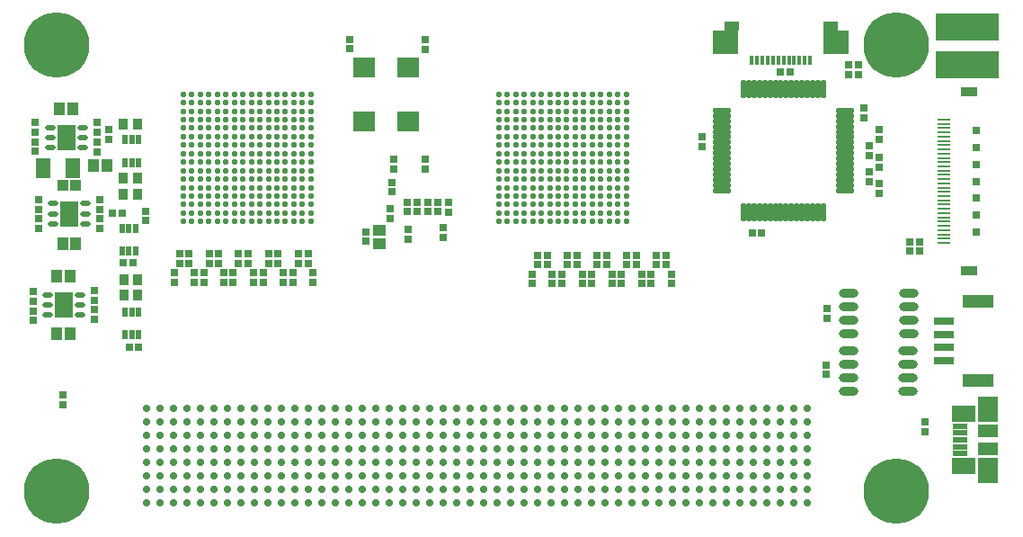
<source format=gts>
G04 Layer_Color=8388736*
%FSLAX44Y44*%
%MOMM*%
G71*
G01*
G75*
%ADD89R,0.7100X0.7100*%
%ADD90R,0.8000X0.8000*%
%ADD91R,0.8000X0.8000*%
%ADD92O,1.7600X0.5100*%
%ADD93O,0.5100X1.7600*%
%ADD94R,1.9800X1.2550*%
%ADD95R,1.9800X2.4550*%
%ADD96R,2.1800X1.5550*%
%ADD97R,1.4600X0.5300*%
%ADD98R,1.1800X0.2800*%
%ADD99R,1.6300X0.8800*%
%ADD100R,0.7600X0.6600*%
%ADD101R,0.7100X0.7100*%
%ADD102R,0.9600X1.1100*%
%ADD103R,0.5500X0.9000*%
%ADD104R,1.7300X2.4800*%
%ADD105O,0.9800X0.4800*%
%ADD106R,1.1100X1.1600*%
%ADD107R,1.0300X1.0800*%
%ADD108R,1.1600X1.1100*%
%ADD109R,2.1400X1.9400*%
%ADD110C,0.5600*%
%ADD111C,0.7350*%
%ADD112R,0.3800X0.8800*%
%ADD113R,1.3800X0.9300*%
%ADD114R,2.4800X2.2800*%
%ADD115O,1.8100X0.8100*%
%ADD116R,2.8600X1.1600*%
%ADD117R,1.8600X0.7600*%
%ADD118R,1.4800X1.8800*%
%ADD119R,5.9600X2.6100*%
%ADD120C,0.1600*%
%ADD121C,6.1600*%
D89*
X-126500Y-92000D02*
D03*
Y-101000D02*
D03*
X-357000Y-94000D02*
D03*
Y-103000D02*
D03*
X-391500Y-26500D02*
D03*
Y-17500D02*
D03*
X105500Y-135500D02*
D03*
Y-144500D02*
D03*
X96500Y-135500D02*
D03*
Y-144500D02*
D03*
X133500Y-135500D02*
D03*
Y-144500D02*
D03*
X124500Y-135500D02*
D03*
Y-144500D02*
D03*
X110500Y-153500D02*
D03*
Y-162500D02*
D03*
X91500Y-153500D02*
D03*
Y-162500D02*
D03*
X77500Y-135500D02*
D03*
Y-144500D02*
D03*
X68500Y-135500D02*
D03*
Y-144500D02*
D03*
X138500Y-153500D02*
D03*
Y-162500D02*
D03*
X119500Y-153500D02*
D03*
Y-162500D02*
D03*
X49500Y-135500D02*
D03*
Y-144500D02*
D03*
X40500Y-135500D02*
D03*
Y-144500D02*
D03*
X26500Y-153500D02*
D03*
Y-162500D02*
D03*
X7500Y-153500D02*
D03*
Y-162500D02*
D03*
X21500Y-135500D02*
D03*
Y-144500D02*
D03*
X12500Y-135500D02*
D03*
Y-144500D02*
D03*
X35500Y-162500D02*
D03*
Y-153500D02*
D03*
X54500Y-162500D02*
D03*
Y-153500D02*
D03*
X63500Y-162500D02*
D03*
Y-153500D02*
D03*
X82500Y-162500D02*
D03*
Y-153500D02*
D03*
X363000Y-123000D02*
D03*
Y-132000D02*
D03*
X372004Y-122995D02*
D03*
Y-131995D02*
D03*
X-109500Y-111500D02*
D03*
Y-120500D02*
D03*
X-101000Y-94500D02*
D03*
Y-85500D02*
D03*
X-457500Y-101500D02*
D03*
Y-110500D02*
D03*
X-399500Y-101500D02*
D03*
Y-110500D02*
D03*
X-462750Y-188000D02*
D03*
Y-197000D02*
D03*
X-457500Y-92500D02*
D03*
Y-83500D02*
D03*
X-462750Y-179000D02*
D03*
Y-170000D02*
D03*
X-404750Y-169000D02*
D03*
Y-178000D02*
D03*
X-81500Y-85500D02*
D03*
Y-94500D02*
D03*
X-91000Y-94500D02*
D03*
Y-85500D02*
D03*
X-124500Y-67000D02*
D03*
Y-76000D02*
D03*
X-110500Y-85500D02*
D03*
Y-94500D02*
D03*
X-164000Y58500D02*
D03*
Y67500D02*
D03*
X-203700Y-134300D02*
D03*
X-212700D02*
D03*
X-232000Y-134200D02*
D03*
Y-143200D02*
D03*
X-241000Y-134200D02*
D03*
Y-143200D02*
D03*
X-260100Y-134200D02*
D03*
X-269100Y-134200D02*
D03*
X-287900Y-134200D02*
D03*
Y-143200D02*
D03*
X-296900Y-134200D02*
D03*
Y-143200D02*
D03*
X-315600Y-134100D02*
D03*
Y-143100D02*
D03*
X-324600Y-134100D02*
D03*
Y-143100D02*
D03*
X-282900Y-152200D02*
D03*
Y-161200D02*
D03*
X-301900Y-152200D02*
D03*
Y-161200D02*
D03*
X-217700Y-152300D02*
D03*
Y-161300D02*
D03*
X-198700Y-152300D02*
D03*
Y-161300D02*
D03*
X-246000Y-152200D02*
D03*
Y-161200D02*
D03*
X-227000Y-152200D02*
D03*
Y-161200D02*
D03*
X-310600Y-161100D02*
D03*
Y-152100D02*
D03*
X-329600Y-161100D02*
D03*
Y-152100D02*
D03*
X-274100Y-161200D02*
D03*
Y-152200D02*
D03*
X-255100Y-161200D02*
D03*
Y-152200D02*
D03*
X-269100Y-143200D02*
D03*
X-260100Y-143200D02*
D03*
X-203700Y-143300D02*
D03*
X-212700D02*
D03*
X325000Y-57500D02*
D03*
Y-66500D02*
D03*
X-404750Y-196000D02*
D03*
Y-187000D02*
D03*
X-399500Y-92500D02*
D03*
Y-83500D02*
D03*
X-402496Y-29245D02*
D03*
Y-38245D02*
D03*
Y-10745D02*
D03*
Y-19745D02*
D03*
X-460500Y-29000D02*
D03*
Y-38000D02*
D03*
X-460496Y-19745D02*
D03*
Y-10745D02*
D03*
X325000Y-32500D02*
D03*
Y-41500D02*
D03*
X334000Y-43500D02*
D03*
Y-52500D02*
D03*
Y-68500D02*
D03*
Y-77500D02*
D03*
Y-17500D02*
D03*
Y-26500D02*
D03*
D90*
X223500Y-114500D02*
D03*
X214500D02*
D03*
X241500Y36500D02*
D03*
X250500D02*
D03*
D91*
X167500Y-33000D02*
D03*
Y-24000D02*
D03*
X320000Y3000D02*
D03*
Y-6000D02*
D03*
X377500Y-301500D02*
D03*
Y-292500D02*
D03*
X-93000Y-45500D02*
D03*
Y-54500D02*
D03*
X-122500Y-45500D02*
D03*
Y-54500D02*
D03*
X-71500Y-86000D02*
D03*
Y-95000D02*
D03*
X-76000Y-110000D02*
D03*
Y-119000D02*
D03*
X-149000Y-113500D02*
D03*
Y-122500D02*
D03*
X285500Y-186000D02*
D03*
Y-195000D02*
D03*
X284000Y-239000D02*
D03*
Y-248000D02*
D03*
X-93500Y67000D02*
D03*
Y58000D02*
D03*
X-434500Y-276000D02*
D03*
Y-267000D02*
D03*
D92*
X186000Y-24500D02*
D03*
Y-34500D02*
D03*
Y-39500D02*
D03*
Y-69500D02*
D03*
Y-59500D02*
D03*
Y-54500D02*
D03*
Y-49500D02*
D03*
Y-44500D02*
D03*
Y-19500D02*
D03*
X302000Y-74500D02*
D03*
Y-69500D02*
D03*
Y500D02*
D03*
Y-4500D02*
D03*
Y-9500D02*
D03*
Y-14500D02*
D03*
Y-29500D02*
D03*
Y-54500D02*
D03*
X186000Y-74500D02*
D03*
Y-64500D02*
D03*
Y-29500D02*
D03*
Y-14500D02*
D03*
Y-9500D02*
D03*
Y-4500D02*
D03*
Y500D02*
D03*
X302000Y-19500D02*
D03*
Y-24500D02*
D03*
Y-34500D02*
D03*
Y-39500D02*
D03*
Y-44500D02*
D03*
Y-49500D02*
D03*
Y-59500D02*
D03*
Y-64500D02*
D03*
D93*
X271500Y-95000D02*
D03*
X266500D02*
D03*
X256500D02*
D03*
X251500D02*
D03*
X216500D02*
D03*
X221500D02*
D03*
X231500D02*
D03*
X236500D02*
D03*
X241500D02*
D03*
X246500D02*
D03*
X276500D02*
D03*
X281500D02*
D03*
X261500D02*
D03*
X226500D02*
D03*
X211500D02*
D03*
X206500D02*
D03*
Y21000D02*
D03*
X211500D02*
D03*
X216500D02*
D03*
X221500D02*
D03*
X226500D02*
D03*
X231500D02*
D03*
X236500D02*
D03*
X241500D02*
D03*
X246500D02*
D03*
X251500D02*
D03*
X256500D02*
D03*
X261500D02*
D03*
X266500D02*
D03*
X271500D02*
D03*
X276500D02*
D03*
X281500D02*
D03*
D94*
X436820Y-301010D02*
D03*
Y-317760D02*
D03*
D95*
Y-280260D02*
D03*
Y-338510D02*
D03*
D96*
X413820Y-284760D02*
D03*
Y-334010D02*
D03*
D97*
X410220Y-296385D02*
D03*
Y-302885D02*
D03*
Y-309385D02*
D03*
Y-315885D02*
D03*
Y-322385D02*
D03*
D98*
X395000Y-48000D02*
D03*
Y-52000D02*
D03*
Y-56000D02*
D03*
Y-60000D02*
D03*
Y-64000D02*
D03*
Y-68000D02*
D03*
Y-72000D02*
D03*
Y-76000D02*
D03*
Y-80000D02*
D03*
Y-84000D02*
D03*
Y-88000D02*
D03*
Y-92000D02*
D03*
Y-96000D02*
D03*
Y-100000D02*
D03*
Y-104000D02*
D03*
Y-108000D02*
D03*
Y-112000D02*
D03*
Y-116000D02*
D03*
Y-120000D02*
D03*
Y-124000D02*
D03*
Y-24000D02*
D03*
Y-28000D02*
D03*
Y-16000D02*
D03*
Y-20000D02*
D03*
Y-40000D02*
D03*
Y-44000D02*
D03*
Y-32000D02*
D03*
Y-36000D02*
D03*
Y-8000D02*
D03*
Y-12000D02*
D03*
D99*
X419000Y18000D02*
D03*
Y-150000D02*
D03*
D100*
X425300Y-66000D02*
D03*
Y-50000D02*
D03*
Y-34000D02*
D03*
Y-18000D02*
D03*
Y-82000D02*
D03*
Y-98000D02*
D03*
Y-114000D02*
D03*
D101*
X305500Y44000D02*
D03*
X314500D02*
D03*
X314505Y34496D02*
D03*
X305505D02*
D03*
X-363000Y-222000D02*
D03*
X-372000D02*
D03*
X-368500Y-142500D02*
D03*
X-377500D02*
D03*
X-379000Y-96000D02*
D03*
X-388000D02*
D03*
D102*
X-377000Y-159000D02*
D03*
X-364000D02*
D03*
X-377000Y-173500D02*
D03*
X-364000D02*
D03*
X-377500Y-63000D02*
D03*
X-364500D02*
D03*
X-377500Y-78000D02*
D03*
X-364500D02*
D03*
X-377500Y-12500D02*
D03*
X-364500D02*
D03*
D103*
X-375995Y-210754D02*
D03*
X-369495D02*
D03*
X-362995D02*
D03*
Y-189254D02*
D03*
X-369495D02*
D03*
X-375995D02*
D03*
X-365995Y-110246D02*
D03*
X-372495D02*
D03*
X-378995D02*
D03*
Y-131746D02*
D03*
X-372495D02*
D03*
X-365995D02*
D03*
X-375995Y-48254D02*
D03*
X-369495D02*
D03*
X-362995D02*
D03*
Y-26754D02*
D03*
X-369495D02*
D03*
X-375995D02*
D03*
D104*
X-428500Y-96500D02*
D03*
X-434000Y-182500D02*
D03*
X-431500Y-24750D02*
D03*
D105*
X-413250Y-87000D02*
D03*
Y-96500D02*
D03*
Y-106000D02*
D03*
X-443750D02*
D03*
Y-96500D02*
D03*
Y-87000D02*
D03*
X-418750Y-173000D02*
D03*
Y-182500D02*
D03*
Y-192000D02*
D03*
X-449250D02*
D03*
Y-182500D02*
D03*
Y-173000D02*
D03*
X-416250Y-15250D02*
D03*
Y-24750D02*
D03*
Y-34250D02*
D03*
X-446750D02*
D03*
Y-24750D02*
D03*
Y-15250D02*
D03*
D106*
X-434750Y-125000D02*
D03*
X-422250D02*
D03*
X-440250Y-209500D02*
D03*
X-427750D02*
D03*
X-440250Y-155500D02*
D03*
X-427750D02*
D03*
X-393250Y-51000D02*
D03*
X-405750D02*
D03*
X-437746Y2255D02*
D03*
X-425246D02*
D03*
D107*
X-434750Y-70000D02*
D03*
X-422250D02*
D03*
D108*
X-136500Y-124750D02*
D03*
Y-112250D02*
D03*
D109*
X-109000Y40800D02*
D03*
Y-10000D02*
D03*
X-151000D02*
D03*
Y40800D02*
D03*
D110*
X-201000Y-104000D02*
D03*
X-209000D02*
D03*
X-217000D02*
D03*
X-225000D02*
D03*
X-233000D02*
D03*
X-241000D02*
D03*
X-249000D02*
D03*
X-257000D02*
D03*
X-265000D02*
D03*
X-273000D02*
D03*
X-281000D02*
D03*
X-289000D02*
D03*
X-297000D02*
D03*
X-305000D02*
D03*
X-313000D02*
D03*
X-321000D02*
D03*
X-201000Y-96000D02*
D03*
X-209000D02*
D03*
X-217000D02*
D03*
X-225000D02*
D03*
X-233000D02*
D03*
X-241000D02*
D03*
X-249000D02*
D03*
X-257000D02*
D03*
X-265000D02*
D03*
X-273000D02*
D03*
X-281000D02*
D03*
X-289000D02*
D03*
X-297000D02*
D03*
X-305000D02*
D03*
X-313000D02*
D03*
X-321000D02*
D03*
X-201000Y-88000D02*
D03*
X-209000D02*
D03*
X-217000D02*
D03*
X-225000D02*
D03*
X-233000D02*
D03*
X-241000D02*
D03*
X-249000D02*
D03*
X-257000D02*
D03*
X-265000D02*
D03*
X-273000D02*
D03*
X-281000D02*
D03*
X-289000D02*
D03*
X-297000D02*
D03*
X-305000D02*
D03*
X-313000D02*
D03*
X-321000D02*
D03*
X-201000Y-80000D02*
D03*
X-209000D02*
D03*
X-217000D02*
D03*
X-225000D02*
D03*
X-233000D02*
D03*
X-241000D02*
D03*
X-249000D02*
D03*
X-257000D02*
D03*
X-265000D02*
D03*
X-273000D02*
D03*
X-281000D02*
D03*
X-289000D02*
D03*
X-297000D02*
D03*
X-305000D02*
D03*
X-313000D02*
D03*
X-321000D02*
D03*
X-201000Y-72000D02*
D03*
X-209000D02*
D03*
X-217000D02*
D03*
X-225000D02*
D03*
X-233000D02*
D03*
X-241000D02*
D03*
X-249000D02*
D03*
X-257000D02*
D03*
X-265000D02*
D03*
X-273000D02*
D03*
X-281000D02*
D03*
X-289000D02*
D03*
X-297000D02*
D03*
X-305000D02*
D03*
X-313000D02*
D03*
X-321000D02*
D03*
X-201000Y-64000D02*
D03*
X-209000D02*
D03*
X-217000D02*
D03*
X-225000D02*
D03*
X-233000D02*
D03*
X-241000D02*
D03*
X-249000D02*
D03*
X-257000D02*
D03*
X-265000D02*
D03*
X-273000D02*
D03*
X-281000D02*
D03*
X-289000D02*
D03*
X-297000D02*
D03*
X-305000D02*
D03*
X-313000D02*
D03*
X-321000D02*
D03*
X-201000Y-56000D02*
D03*
X-209000D02*
D03*
X-217000D02*
D03*
X-225000D02*
D03*
X-233000D02*
D03*
X-241000D02*
D03*
X-249000D02*
D03*
X-257000D02*
D03*
X-265000D02*
D03*
X-273000D02*
D03*
X-281000D02*
D03*
X-289000D02*
D03*
X-297000D02*
D03*
X-305000D02*
D03*
X-313000D02*
D03*
X-321000D02*
D03*
X-201000Y-48000D02*
D03*
X-209000D02*
D03*
X-217000D02*
D03*
X-225000D02*
D03*
X-233000D02*
D03*
X-241000D02*
D03*
X-249000D02*
D03*
X-257000D02*
D03*
X-265000D02*
D03*
X-273000D02*
D03*
X-281000D02*
D03*
X-289000D02*
D03*
X-297000D02*
D03*
X-305000D02*
D03*
X-313000D02*
D03*
X-321000D02*
D03*
X-201000Y-40000D02*
D03*
X-209000D02*
D03*
X-217000D02*
D03*
X-225000D02*
D03*
X-233000D02*
D03*
X-241000D02*
D03*
X-249000D02*
D03*
X-257000D02*
D03*
X-265000D02*
D03*
X-273000D02*
D03*
X-281000D02*
D03*
X-289000D02*
D03*
X-297000D02*
D03*
X-305000D02*
D03*
X-313000D02*
D03*
X-321000D02*
D03*
X-201000Y-32000D02*
D03*
X-209000D02*
D03*
X-217000D02*
D03*
X-225000D02*
D03*
X-233000D02*
D03*
X-241000D02*
D03*
X-249000D02*
D03*
X-257000D02*
D03*
X-265000D02*
D03*
X-273000D02*
D03*
X-281000D02*
D03*
X-289000D02*
D03*
X-297000D02*
D03*
X-305000D02*
D03*
X-313000D02*
D03*
X-321000D02*
D03*
X-201000Y-24000D02*
D03*
X-209000D02*
D03*
X-217000D02*
D03*
X-225000D02*
D03*
X-233000D02*
D03*
X-241000D02*
D03*
X-249000D02*
D03*
X-257000D02*
D03*
X-265000D02*
D03*
X-273000D02*
D03*
X-281000D02*
D03*
X-289000D02*
D03*
X-297000D02*
D03*
X-305000D02*
D03*
X-313000D02*
D03*
X-321000D02*
D03*
X-201000Y-16000D02*
D03*
X-209000D02*
D03*
X-217000D02*
D03*
X-225000D02*
D03*
X-233000D02*
D03*
X-241000D02*
D03*
X-249000D02*
D03*
X-257000D02*
D03*
X-265000D02*
D03*
X-273000D02*
D03*
X-281000D02*
D03*
X-289000D02*
D03*
X-297000D02*
D03*
X-305000D02*
D03*
X-313000D02*
D03*
X-321000D02*
D03*
X-201000Y-8000D02*
D03*
X-209000D02*
D03*
X-217000D02*
D03*
X-225000D02*
D03*
X-233000D02*
D03*
X-241000D02*
D03*
X-249000D02*
D03*
X-257000D02*
D03*
X-265000D02*
D03*
X-273000D02*
D03*
X-281000D02*
D03*
X-289000D02*
D03*
X-297000D02*
D03*
X-305000D02*
D03*
X-313000D02*
D03*
X-321000D02*
D03*
X-201000Y0D02*
D03*
X-209000D02*
D03*
X-217000D02*
D03*
X-225000D02*
D03*
X-233000D02*
D03*
X-241000D02*
D03*
X-249000D02*
D03*
X-257000D02*
D03*
X-265000D02*
D03*
X-273000D02*
D03*
X-281000D02*
D03*
X-289000D02*
D03*
X-297000D02*
D03*
X-305000D02*
D03*
X-313000D02*
D03*
X-321000D02*
D03*
X-201000Y8000D02*
D03*
X-209000D02*
D03*
X-217000D02*
D03*
X-225000D02*
D03*
X-233000D02*
D03*
X-241000D02*
D03*
X-249000D02*
D03*
X-257000D02*
D03*
X-265000D02*
D03*
X-273000D02*
D03*
X-281000D02*
D03*
X-289000D02*
D03*
X-297000D02*
D03*
X-305000D02*
D03*
X-313000D02*
D03*
X-321000D02*
D03*
X-201000Y16000D02*
D03*
X-209000D02*
D03*
X-217000D02*
D03*
X-225000D02*
D03*
X-233000D02*
D03*
X-241000D02*
D03*
X-249000D02*
D03*
X-257000D02*
D03*
X-265000D02*
D03*
X-273000D02*
D03*
X-281000D02*
D03*
X-289000D02*
D03*
X-297000D02*
D03*
X-305000D02*
D03*
X-313000D02*
D03*
X-321000D02*
D03*
X96000Y-104000D02*
D03*
X88000D02*
D03*
X80000D02*
D03*
X72000D02*
D03*
X64000D02*
D03*
X56000D02*
D03*
X48000D02*
D03*
X40000D02*
D03*
X32000D02*
D03*
X24000D02*
D03*
X16000D02*
D03*
X8000D02*
D03*
X0D02*
D03*
X-8000D02*
D03*
X-16000D02*
D03*
X-24000D02*
D03*
X96000Y-96000D02*
D03*
X88000D02*
D03*
X80000D02*
D03*
X72000D02*
D03*
X64000D02*
D03*
X56000D02*
D03*
X48000D02*
D03*
X40000D02*
D03*
X32000D02*
D03*
X24000D02*
D03*
X16000D02*
D03*
X8000D02*
D03*
X0D02*
D03*
X-8000D02*
D03*
X-16000D02*
D03*
X-24000D02*
D03*
X96000Y-88000D02*
D03*
X88000D02*
D03*
X80000D02*
D03*
X72000D02*
D03*
X64000D02*
D03*
X56000D02*
D03*
X48000D02*
D03*
X40000D02*
D03*
X32000D02*
D03*
X24000D02*
D03*
X16000D02*
D03*
X8000D02*
D03*
X0D02*
D03*
X-8000D02*
D03*
X-16000D02*
D03*
X-24000D02*
D03*
X96000Y-80000D02*
D03*
X88000D02*
D03*
X80000D02*
D03*
X72000D02*
D03*
X64000D02*
D03*
X56000D02*
D03*
X48000D02*
D03*
X40000D02*
D03*
X32000D02*
D03*
X24000D02*
D03*
X16000D02*
D03*
X8000D02*
D03*
X0D02*
D03*
X-8000D02*
D03*
X-16000D02*
D03*
X-24000D02*
D03*
X96000Y-72000D02*
D03*
X88000D02*
D03*
X80000D02*
D03*
X72000D02*
D03*
X64000D02*
D03*
X56000D02*
D03*
X48000D02*
D03*
X40000D02*
D03*
X32000D02*
D03*
X24000D02*
D03*
X16000D02*
D03*
X8000D02*
D03*
X0D02*
D03*
X-8000D02*
D03*
X-16000D02*
D03*
X-24000D02*
D03*
X96000Y-64000D02*
D03*
X88000D02*
D03*
X80000D02*
D03*
X72000D02*
D03*
X64000D02*
D03*
X56000D02*
D03*
X48000D02*
D03*
X40000D02*
D03*
X32000D02*
D03*
X24000D02*
D03*
X16000D02*
D03*
X8000D02*
D03*
X0D02*
D03*
X-8000D02*
D03*
X-16000D02*
D03*
X-24000D02*
D03*
X96000Y-56000D02*
D03*
X88000D02*
D03*
X80000D02*
D03*
X72000D02*
D03*
X64000D02*
D03*
X56000D02*
D03*
X48000D02*
D03*
X40000D02*
D03*
X32000D02*
D03*
X24000D02*
D03*
X16000D02*
D03*
X8000D02*
D03*
X0D02*
D03*
X-8000D02*
D03*
X-16000D02*
D03*
X-24000D02*
D03*
X96000Y-48000D02*
D03*
X88000D02*
D03*
X80000D02*
D03*
X72000D02*
D03*
X64000D02*
D03*
X56000D02*
D03*
X48000D02*
D03*
X40000D02*
D03*
X32000D02*
D03*
X24000D02*
D03*
X16000D02*
D03*
X8000D02*
D03*
X0D02*
D03*
X-8000D02*
D03*
X-16000D02*
D03*
X-24000D02*
D03*
X96000Y-40000D02*
D03*
X88000D02*
D03*
X80000D02*
D03*
X72000D02*
D03*
X64000D02*
D03*
X56000D02*
D03*
X48000D02*
D03*
X40000D02*
D03*
X32000D02*
D03*
X24000D02*
D03*
X16000D02*
D03*
X8000D02*
D03*
X0D02*
D03*
X-8000D02*
D03*
X-16000D02*
D03*
X-24000D02*
D03*
X96000Y-32000D02*
D03*
X88000D02*
D03*
X80000D02*
D03*
X72000D02*
D03*
X64000D02*
D03*
X56000D02*
D03*
X48000D02*
D03*
X40000D02*
D03*
X32000D02*
D03*
X24000D02*
D03*
X16000D02*
D03*
X8000D02*
D03*
X0D02*
D03*
X-8000D02*
D03*
X-16000D02*
D03*
X-24000D02*
D03*
X96000Y-24000D02*
D03*
X88000D02*
D03*
X80000D02*
D03*
X72000D02*
D03*
X64000D02*
D03*
X56000D02*
D03*
X48000D02*
D03*
X40000D02*
D03*
X32000D02*
D03*
X24000D02*
D03*
X16000D02*
D03*
X8000D02*
D03*
X0D02*
D03*
X-8000D02*
D03*
X-16000D02*
D03*
X-24000D02*
D03*
X96000Y-16000D02*
D03*
X88000D02*
D03*
X80000D02*
D03*
X72000D02*
D03*
X64000D02*
D03*
X56000D02*
D03*
X48000D02*
D03*
X40000D02*
D03*
X32000D02*
D03*
X24000D02*
D03*
X16000D02*
D03*
X8000D02*
D03*
X0D02*
D03*
X-8000D02*
D03*
X-16000D02*
D03*
X-24000D02*
D03*
X96000Y-8000D02*
D03*
X88000D02*
D03*
X80000D02*
D03*
X72000D02*
D03*
X64000D02*
D03*
X56000D02*
D03*
X48000D02*
D03*
X40000D02*
D03*
X32000D02*
D03*
X24000D02*
D03*
X16000D02*
D03*
X8000D02*
D03*
X0D02*
D03*
X-8000D02*
D03*
X-16000D02*
D03*
X-24000D02*
D03*
X96000Y0D02*
D03*
X88000D02*
D03*
X80000D02*
D03*
X72000D02*
D03*
X64000D02*
D03*
X56000D02*
D03*
X48000D02*
D03*
X40000D02*
D03*
X32000D02*
D03*
X24000D02*
D03*
X16000D02*
D03*
X8000D02*
D03*
X0D02*
D03*
X-8000D02*
D03*
X-16000D02*
D03*
X-24000D02*
D03*
X96000Y8000D02*
D03*
X88000D02*
D03*
X80000D02*
D03*
X72000D02*
D03*
X64000D02*
D03*
X56000D02*
D03*
X48000D02*
D03*
X40000D02*
D03*
X32000D02*
D03*
X24000D02*
D03*
X16000D02*
D03*
X8000D02*
D03*
X0D02*
D03*
X-8000D02*
D03*
X-16000D02*
D03*
X-24000D02*
D03*
X96000Y16000D02*
D03*
X88000D02*
D03*
X80000D02*
D03*
X72000D02*
D03*
X64000D02*
D03*
X56000D02*
D03*
X48000D02*
D03*
X40000D02*
D03*
X32000D02*
D03*
X24000D02*
D03*
X16000D02*
D03*
X8000D02*
D03*
X0D02*
D03*
X-8000D02*
D03*
X-16000D02*
D03*
X-24000D02*
D03*
D111*
X-356157Y-368450D02*
D03*
X-343457D02*
D03*
X-330757D02*
D03*
X-318057D02*
D03*
X-305357D02*
D03*
X-292657D02*
D03*
X-279957D02*
D03*
X-267257D02*
D03*
X-254557D02*
D03*
X-241857D02*
D03*
X-229157D02*
D03*
X-216457D02*
D03*
X-203757D02*
D03*
X-191057D02*
D03*
X-178357D02*
D03*
X-165657D02*
D03*
X-152957D02*
D03*
X-140257D02*
D03*
X-127557D02*
D03*
X-114857D02*
D03*
X-102157D02*
D03*
X-89457D02*
D03*
X-76757D02*
D03*
X-64057D02*
D03*
X-51357D02*
D03*
X-38657D02*
D03*
X-25957D02*
D03*
X-13257D02*
D03*
X-557D02*
D03*
X12143D02*
D03*
X24843D02*
D03*
X37543D02*
D03*
X50243D02*
D03*
X62943D02*
D03*
X75643D02*
D03*
X88343D02*
D03*
X101043D02*
D03*
X113743D02*
D03*
X126443D02*
D03*
X139143D02*
D03*
X151843D02*
D03*
X164543D02*
D03*
X177243D02*
D03*
X189943D02*
D03*
X202643D02*
D03*
X215343D02*
D03*
X228043D02*
D03*
X240743D02*
D03*
X253443D02*
D03*
X266143D02*
D03*
X-356157Y-355750D02*
D03*
Y-343050D02*
D03*
Y-330350D02*
D03*
Y-317650D02*
D03*
Y-304950D02*
D03*
Y-292250D02*
D03*
Y-279550D02*
D03*
X-343457D02*
D03*
X-330757D02*
D03*
X-318057D02*
D03*
X-305357D02*
D03*
X-292657D02*
D03*
X-279957D02*
D03*
X-267257D02*
D03*
X-254557D02*
D03*
X-241857D02*
D03*
X-229157D02*
D03*
X-216457D02*
D03*
X-203757D02*
D03*
X-191057D02*
D03*
X-178357D02*
D03*
X-165657D02*
D03*
X-152957D02*
D03*
X-140257D02*
D03*
X-127557D02*
D03*
X-114857D02*
D03*
X-102157D02*
D03*
X-89457D02*
D03*
X-76757D02*
D03*
X-64057D02*
D03*
X-51357D02*
D03*
X-38657D02*
D03*
X-25957D02*
D03*
X-13257D02*
D03*
X-557D02*
D03*
X12143D02*
D03*
X24843D02*
D03*
X37543D02*
D03*
X50243D02*
D03*
X62943D02*
D03*
X75643D02*
D03*
X88343D02*
D03*
X101043D02*
D03*
X113743D02*
D03*
X126443D02*
D03*
X139143D02*
D03*
X151843D02*
D03*
X164543D02*
D03*
X177243D02*
D03*
X189943D02*
D03*
X202643D02*
D03*
X215343D02*
D03*
X228043D02*
D03*
X240743D02*
D03*
X253443D02*
D03*
X266143D02*
D03*
X-343457Y-355750D02*
D03*
X-330757D02*
D03*
X-318057D02*
D03*
X-305357D02*
D03*
X-292657D02*
D03*
X-279957D02*
D03*
X-267257D02*
D03*
X-254557D02*
D03*
X-241857D02*
D03*
X-229157D02*
D03*
X-216457D02*
D03*
X-203757D02*
D03*
X-191057D02*
D03*
X-178357D02*
D03*
X-165657D02*
D03*
X-152957D02*
D03*
X-140257D02*
D03*
X-127557D02*
D03*
X-114857D02*
D03*
X-102157D02*
D03*
X-89457D02*
D03*
X-76757D02*
D03*
X-64057D02*
D03*
X-51357D02*
D03*
X-38657D02*
D03*
X-25957D02*
D03*
X-13257D02*
D03*
X-557D02*
D03*
X12143D02*
D03*
X24843D02*
D03*
X37543D02*
D03*
X50243D02*
D03*
X62943D02*
D03*
X75643D02*
D03*
X88343D02*
D03*
X101043D02*
D03*
X113743D02*
D03*
X126443D02*
D03*
X139143D02*
D03*
X151843D02*
D03*
X164543D02*
D03*
X177243D02*
D03*
X189943D02*
D03*
X202643D02*
D03*
X215343D02*
D03*
X228043D02*
D03*
X240743D02*
D03*
X253443D02*
D03*
X266143D02*
D03*
X-343457Y-343050D02*
D03*
X-330757D02*
D03*
X-318057D02*
D03*
X-305357D02*
D03*
X-292657D02*
D03*
X-279957D02*
D03*
X-267257D02*
D03*
X-254557D02*
D03*
X-241857D02*
D03*
X-229157D02*
D03*
X-216457D02*
D03*
X-203757D02*
D03*
X-191057D02*
D03*
X-178357D02*
D03*
X-165657D02*
D03*
X-152957D02*
D03*
X-140257D02*
D03*
X-127557D02*
D03*
X-114857D02*
D03*
X-102157D02*
D03*
X-89457D02*
D03*
X-76757D02*
D03*
X-64057D02*
D03*
X-51357D02*
D03*
X-38657D02*
D03*
X-25957D02*
D03*
X-13257D02*
D03*
X-557D02*
D03*
X12143D02*
D03*
X24843D02*
D03*
X37543D02*
D03*
X50243D02*
D03*
X62943D02*
D03*
X75643D02*
D03*
X88343D02*
D03*
X101043D02*
D03*
X113743D02*
D03*
X126443D02*
D03*
X139143D02*
D03*
X151843D02*
D03*
X164543D02*
D03*
X177243D02*
D03*
X189943D02*
D03*
X202643D02*
D03*
X215343D02*
D03*
X228043D02*
D03*
X240743D02*
D03*
X253443D02*
D03*
X266143D02*
D03*
X-343457Y-330350D02*
D03*
X-330757D02*
D03*
X-318057D02*
D03*
X-305357D02*
D03*
X-292657D02*
D03*
X-279957D02*
D03*
X-267257D02*
D03*
X-254557D02*
D03*
X-241857D02*
D03*
X-229157D02*
D03*
X-216457D02*
D03*
X-203757D02*
D03*
X-191057D02*
D03*
X-178357D02*
D03*
X-165657D02*
D03*
X-152957D02*
D03*
X-140257D02*
D03*
X-127557D02*
D03*
X-114857D02*
D03*
X-102157D02*
D03*
X-89457D02*
D03*
X-76757D02*
D03*
X-64057D02*
D03*
X-51357D02*
D03*
X-38657D02*
D03*
X-25957D02*
D03*
X-13257D02*
D03*
X-557D02*
D03*
X12143D02*
D03*
X24843D02*
D03*
X37543D02*
D03*
X50243D02*
D03*
X62943D02*
D03*
X75643D02*
D03*
X88343D02*
D03*
X101043D02*
D03*
X113743D02*
D03*
X126443D02*
D03*
X139143D02*
D03*
X151843D02*
D03*
X164543D02*
D03*
X177243D02*
D03*
X189943D02*
D03*
X202643D02*
D03*
X215343D02*
D03*
X228043D02*
D03*
X240743D02*
D03*
X253443D02*
D03*
X266143D02*
D03*
X-343457Y-317650D02*
D03*
X-330757D02*
D03*
X-318057D02*
D03*
X-305357D02*
D03*
X-292657D02*
D03*
X-279957D02*
D03*
X-267257D02*
D03*
X-254557D02*
D03*
X-241857D02*
D03*
X-229157D02*
D03*
X-216457D02*
D03*
X-203757D02*
D03*
X-191057D02*
D03*
X-178357D02*
D03*
X-165657D02*
D03*
X-152957D02*
D03*
X-140257D02*
D03*
X-127557D02*
D03*
X-114857D02*
D03*
X-102157D02*
D03*
X-89457D02*
D03*
X-76757D02*
D03*
X-64057D02*
D03*
X-51357D02*
D03*
X-38657D02*
D03*
X-25957D02*
D03*
X-13257D02*
D03*
X-557D02*
D03*
X12143D02*
D03*
X24843D02*
D03*
X37543D02*
D03*
X50243D02*
D03*
X62943D02*
D03*
X75643D02*
D03*
X88343D02*
D03*
X101043D02*
D03*
X113743D02*
D03*
X126443D02*
D03*
X139143D02*
D03*
X151843D02*
D03*
X164543D02*
D03*
X177243D02*
D03*
X189943D02*
D03*
X202643D02*
D03*
X215343D02*
D03*
X228043D02*
D03*
X240743D02*
D03*
X253443D02*
D03*
X266143D02*
D03*
X-343457Y-304950D02*
D03*
X-330757D02*
D03*
X-318057D02*
D03*
X-305357D02*
D03*
X-292657D02*
D03*
X-279957D02*
D03*
X-267257D02*
D03*
X-254557D02*
D03*
X-241857D02*
D03*
X-229157D02*
D03*
X-216457D02*
D03*
X-203757D02*
D03*
X-191057D02*
D03*
X-178357D02*
D03*
X-165657D02*
D03*
X-152957D02*
D03*
X-140257D02*
D03*
X-127557D02*
D03*
X-114857D02*
D03*
X-102157D02*
D03*
X-89457D02*
D03*
X-76757D02*
D03*
X-64057D02*
D03*
X-51357D02*
D03*
X-38657D02*
D03*
X-25957D02*
D03*
X-13257D02*
D03*
X-557D02*
D03*
X12143D02*
D03*
X24843D02*
D03*
X37543D02*
D03*
X50243D02*
D03*
X62943D02*
D03*
X75643D02*
D03*
X88343D02*
D03*
X101043D02*
D03*
X113743D02*
D03*
X126443D02*
D03*
X139143D02*
D03*
X151843D02*
D03*
X164543D02*
D03*
X177243D02*
D03*
X189943D02*
D03*
X202643D02*
D03*
X215343D02*
D03*
X228043D02*
D03*
X240743D02*
D03*
X253443D02*
D03*
X266143D02*
D03*
X-343457Y-292250D02*
D03*
X-330757D02*
D03*
X-318057D02*
D03*
X-305357D02*
D03*
X-292657D02*
D03*
X-279957D02*
D03*
X-267257D02*
D03*
X-254557D02*
D03*
X-241857D02*
D03*
X-229157D02*
D03*
X-216457D02*
D03*
X-203757D02*
D03*
X-191057D02*
D03*
X-178357D02*
D03*
X-165657D02*
D03*
X-152957D02*
D03*
X-140257D02*
D03*
X-127557D02*
D03*
X-114857D02*
D03*
X-102157D02*
D03*
X-89457D02*
D03*
X-76757D02*
D03*
X-64057D02*
D03*
X-51357D02*
D03*
X-38657D02*
D03*
X-557D02*
D03*
X12143D02*
D03*
X24843D02*
D03*
X37543D02*
D03*
X50243D02*
D03*
X62943D02*
D03*
X75643D02*
D03*
X88343D02*
D03*
X101043D02*
D03*
X113743D02*
D03*
X126443D02*
D03*
X139143D02*
D03*
X151843D02*
D03*
X164543D02*
D03*
X177243D02*
D03*
X189943D02*
D03*
X202643D02*
D03*
X215343D02*
D03*
X228043D02*
D03*
X240743D02*
D03*
X253443D02*
D03*
X266143D02*
D03*
X-13257D02*
D03*
X-25957D02*
D03*
D112*
X269220Y48115D02*
D03*
X264220D02*
D03*
X259220D02*
D03*
X254220D02*
D03*
X249220D02*
D03*
X244220D02*
D03*
X239220D02*
D03*
X234220D02*
D03*
X229220D02*
D03*
X224220D02*
D03*
X219220D02*
D03*
X214220D02*
D03*
D113*
X288220Y80365D02*
D03*
X195220D02*
D03*
D114*
X293720Y65115D02*
D03*
X189720D02*
D03*
D115*
X362250Y-209550D02*
D03*
Y-196850D02*
D03*
Y-184150D02*
D03*
Y-171450D02*
D03*
X305750Y-209550D02*
D03*
Y-196850D02*
D03*
Y-184150D02*
D03*
Y-171450D02*
D03*
X361750Y-263550D02*
D03*
Y-250850D02*
D03*
Y-238150D02*
D03*
Y-225450D02*
D03*
X305250Y-263550D02*
D03*
Y-250850D02*
D03*
Y-238150D02*
D03*
Y-225450D02*
D03*
D116*
X427000Y-253500D02*
D03*
Y-179000D02*
D03*
D117*
X395000Y-197500D02*
D03*
Y-210000D02*
D03*
Y-222500D02*
D03*
Y-235000D02*
D03*
D118*
X-452750Y-53500D02*
D03*
X-425250D02*
D03*
D119*
X417500Y43750D02*
D03*
X417000Y79250D02*
D03*
D120*
X-380414Y-324000D02*
D03*
X290400Y-293520D02*
D03*
D121*
X-440000Y-358000D02*
D03*
X350000D02*
D03*
Y62000D02*
D03*
X-440000D02*
D03*
M02*

</source>
